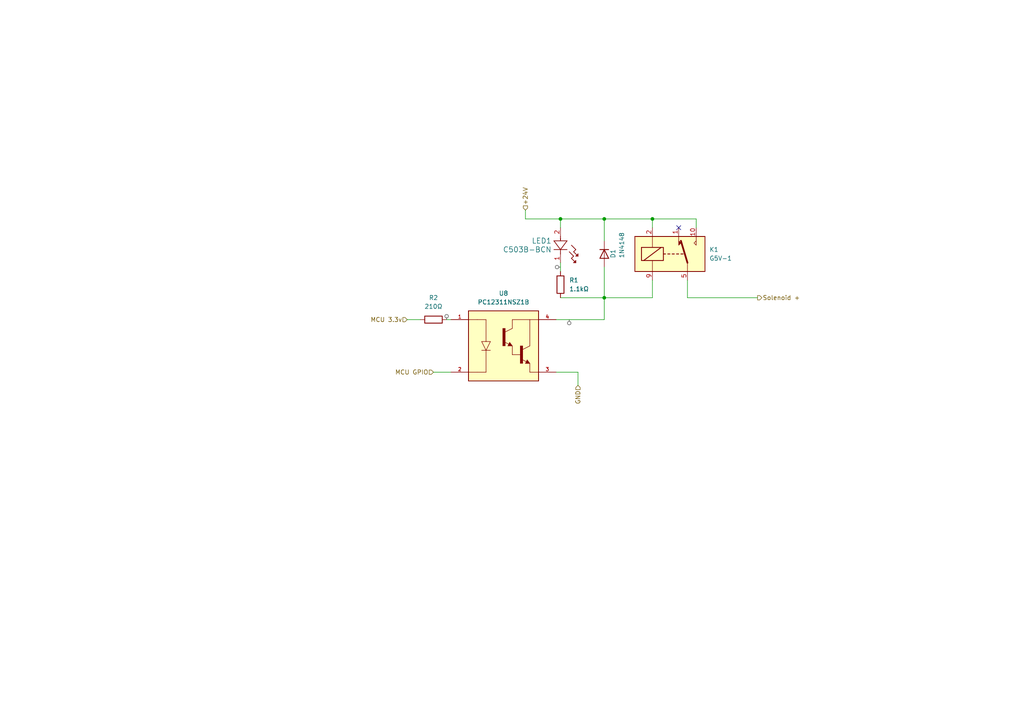
<source format=kicad_sch>
(kicad_sch (version 20230121) (generator eeschema)
  (paper "A4")
  (title_block (company "Warner Consulting Inc."))
  (lib_symbols
    (symbol "CreeLED Blue:C503B-BCN-CV0Z0461" (pin_names (offset 0.254))
      (property "Reference" "LED" (at 5.08 -4.445 0))
      (property "Value" "C503B-BCN" (at 5.08 -7.62 0))
      (symbol "C503B-BCN-CV0Z0461_1_1"
        (polyline (pts (xy 2.54 0) (xy 3.4798 0)) (stroke (width 0.2032)))
        (polyline (pts (xy 3.175 0) (xy 3.81 0)) (stroke (width 0.2032)))
        (polyline (pts (xy 3.81 -1.905) (xy 6.35 0)) (stroke (width 0.2032)))
        (polyline (pts (xy 3.81 1.905) (xy 3.81 -1.905)) (stroke (width 0.2032)))
        (polyline (pts (xy 5.08 3.175) (xy 6.35 4.445)) (stroke (width 0.2032)))
        (polyline (pts (xy 6.35 -1.905) (xy 6.35 1.905)) (stroke (width 0.2032)))
        (polyline (pts (xy 6.35 0) (xy 3.81 1.905)) (stroke (width 0.2032)))
        (polyline (pts (xy 6.35 0) (xy 7.62 0)) (stroke (width 0.2032)))
        (polyline (pts (xy 6.35 4.445) (xy 6.985 3.81)) (stroke (width 0.2032)))
        (polyline (pts (xy 6.985 2.54) (xy 8.255 3.81)) (stroke (width 0.2032)))
        (polyline (pts (xy 6.985 3.81) (xy 8.255 5.08)) (stroke (width 0.2032)))
        (polyline (pts (xy 7.62 5.08) (xy 8.255 4.445)) (stroke (width 0.2032)))
        (polyline (pts (xy 8.255 3.81) (xy 8.89 3.175)) (stroke (width 0.2032)))
        (polyline (pts (xy 8.255 4.445) (xy 8.255 5.08)) (stroke (width 0.2032)))
        (polyline (pts (xy 8.255 5.08) (xy 7.62 5.08)) (stroke (width 0.2032)))
        (polyline (pts (xy 8.89 3.175) (xy 10.16 4.445)) (stroke (width 0.2032)))
        (polyline (pts (xy 9.525 4.445) (xy 10.16 3.81)) (stroke (width 0.2032)))
        (polyline (pts (xy 10.16 3.81) (xy 10.16 4.445)) (stroke (width 0.2032)))
        (polyline (pts (xy 10.16 4.445) (xy 9.525 4.445)) (stroke (width 0.2032)))
        (pin unspecified line (at 10.16 0 180) (length 2.54) (name "") (number "1"))
        (pin unspecified line (at 0 0 0) (length 2.54) (name "") (number "2"))
      )
      (symbol "C503B-BCN-CV0Z0461_1_2"
        (polyline (pts (xy -5.08 7.62) (xy -4.445 8.255)) (stroke (width 0.2032)))
        (polyline (pts (xy -5.08 8.255) (xy -5.08 7.62)) (stroke (width 0.2032)))
        (polyline (pts (xy -4.445 6.35) (xy -3.81 6.985)) (stroke (width 0.2032)))
        (polyline (pts (xy -4.445 8.255) (xy -5.08 8.255)) (stroke (width 0.2032)))
        (polyline (pts (xy -4.445 9.525) (xy -3.81 10.16)) (stroke (width 0.2032)))
        (polyline (pts (xy -4.445 10.16) (xy -4.445 9.525)) (stroke (width 0.2032)))
        (polyline (pts (xy -3.81 6.985) (xy -5.08 8.255)) (stroke (width 0.2032)))
        (polyline (pts (xy -3.81 8.255) (xy -3.175 8.89)) (stroke (width 0.2032)))
        (polyline (pts (xy -3.81 10.16) (xy -4.445 10.16)) (stroke (width 0.2032)))
        (polyline (pts (xy -3.175 5.08) (xy -4.445 6.35)) (stroke (width 0.2032)))
        (polyline (pts (xy -3.175 8.89) (xy -4.445 10.16)) (stroke (width 0.2032)))
        (polyline (pts (xy -2.54 6.985) (xy -3.81 8.255)) (stroke (width 0.2032)))
        (polyline (pts (xy -1.905 3.81) (xy 1.905 3.81)) (stroke (width 0.2032)))
        (polyline (pts (xy 0 2.54) (xy 0 3.4798)) (stroke (width 0.2032)))
        (polyline (pts (xy 0 3.175) (xy 0 3.81)) (stroke (width 0.2032)))
        (polyline (pts (xy 0 6.35) (xy -1.905 3.81)) (stroke (width 0.2032)))
        (polyline (pts (xy 0 6.35) (xy 0 7.62)) (stroke (width 0.2032)))
        (polyline (pts (xy 1.905 3.81) (xy 0 6.35)) (stroke (width 0.2032)))
        (polyline (pts (xy 1.905 6.35) (xy -1.905 6.35)) (stroke (width 0.2032)))
        (pin unspecified line (at 0 10.16 270) (length 2.54) (name "") (number "1"))
        (pin unspecified line (at 0 0 90) (length 2.54) (name "") (number "2"))
      )
    )
    (symbol "Device:R" (pin_numbers hide) (pin_names (offset 0))
      (property "Reference" "R" (at 2.032 0 90))
      (property "Value" "R" (at 0 0 90))
      (symbol "R_0_1"
        (rectangle (start -1.016 -2.54) (end 1.016 2.54) (stroke (width 0.254)))
      )
      (symbol "R_1_1"
        (pin passive line (at 0 3.81 270) (length 1.27) (name "~") (number "1"))
        (pin passive line (at 0 -3.81 90) (length 1.27) (name "~") (number "2"))
      )
    )
    (symbol "Diode:1N4148" (pin_numbers hide) (pin_names hide)
      (property "Reference" "D" (at 0 2.54 0))
      (property "Value" "1N4148" (at 0 -2.54 0))
      (symbol "1N4148_0_1"
        (polyline (pts (xy -1.27 1.27) (xy -1.27 -1.27)) (stroke (width 0.254)))
        (polyline (pts (xy 1.27 0) (xy -1.27 0)))
        (polyline (pts (xy 1.27 1.27) (xy 1.27 -1.27) (xy -1.27 0) (xy 1.27 1.27)) (stroke (width 0.254)))
      )
      (symbol "1N4148_1_1"
        (pin passive line (at -3.81 0 0) (length 2.54) (name "K") (number "1"))
        (pin passive line (at 3.81 0 180) (length 2.54) (name "A") (number "2"))
      )
    )
    (symbol "PC12311NSZ1B:PC12311NSZ1B"
      (property "Reference" "U" (at -11.43 12.7 0))
      (property "Value" "PC12311NSZ1B" (at -11.43 -10.16 0))
      (symbol "PC12311NSZ1B_0_0"
        (rectangle (start -11.43 11.43) (end 8.89 -8.89) (stroke (width 0.254)) (fill (type background)))
        (rectangle (start -1.524 1.27) (end -0.762 6.35) (stroke (width 0.1)) (fill (type outline)))
        (polyline (pts (xy -8.89 -6.35) (xy -11.43 -6.35)) (stroke (width 0.1524)))
        (polyline (pts (xy -8.89 8.89) (xy -11.43 8.89)) (stroke (width 0.1524)))
        (polyline (pts (xy -7.62 2.54) (xy -6.35 0)) (stroke (width 0.1524)))
        (polyline (pts (xy -6.35 -6.35) (xy -8.89 -6.35)) (stroke (width 0.1524)))
        (polyline (pts (xy -6.35 0) (xy -7.62 0)) (stroke (width 0.1524)))
        (polyline (pts (xy -6.35 0) (xy -6.35 -6.35)) (stroke (width 0.1524)))
        (polyline (pts (xy -6.35 0) (xy -5.08 2.54)) (stroke (width 0.1524)))
        (polyline (pts (xy -6.35 2.54) (xy -7.62 2.54)) (stroke (width 0.1524)))
        (polyline (pts (xy -6.35 2.54) (xy -6.35 8.89)) (stroke (width 0.1524)))
        (polyline (pts (xy -6.35 8.89) (xy -8.89 8.89)) (stroke (width 0.1524)))
        (polyline (pts (xy -5.08 0) (xy -6.35 0)) (stroke (width 0.1524)))
        (polyline (pts (xy -5.08 2.54) (xy -6.35 2.54)) (stroke (width 0.1524)))
        (polyline (pts (xy 0 1.27) (xy 0.508 2.286)) (stroke (width 0.1524)))
        (polyline (pts (xy 0.254 1.397) (xy 1.016 1.397)) (stroke (width 0.254)))
        (polyline (pts (xy 0.254 1.524) (xy 0.635 1.524)) (stroke (width 0.254)))
        (polyline (pts (xy 0.27 1.77) (xy -0.962 2.386)) (stroke (width 0.1524)))
        (polyline (pts (xy 0.508 2.032) (xy 0.254 1.524)) (stroke (width 0.254)))
        (polyline (pts (xy 0.508 2.286) (xy 1.27 1.27)) (stroke (width 0.1524)))
        (polyline (pts (xy 0.635 1.524) (xy 0.508 1.778)) (stroke (width 0.254)))
        (polyline (pts (xy 1.016 1.397) (xy 0.508 2.032)) (stroke (width 0.254)))
        (polyline (pts (xy 1.27 -1.27) (xy 3.81 -1.27)) (stroke (width 0.1524)))
        (polyline (pts (xy 1.27 1.27) (xy 0 1.27)) (stroke (width 0.1524)))
        (polyline (pts (xy 1.27 1.27) (xy 1.27 -1.27)) (stroke (width 0.1524)))
        (polyline (pts (xy 1.27 6.35) (xy -0.762 5.334)) (stroke (width 0.1524)))
        (polyline (pts (xy 1.27 6.35) (xy 1.27 8.89)) (stroke (width 0.1524)))
        (polyline (pts (xy 1.27 8.89) (xy 6.35 8.89)) (stroke (width 0.1524)))
        (polyline (pts (xy 5.08 -3.81) (xy 5.588 -2.794)) (stroke (width 0.1524)))
        (polyline (pts (xy 5.334 -3.683) (xy 6.096 -3.683)) (stroke (width 0.254)))
        (polyline (pts (xy 5.334 -3.556) (xy 5.715 -3.556)) (stroke (width 0.254)))
        (polyline (pts (xy 5.35 -3.31) (xy 4.118 -2.694)) (stroke (width 0.1524)))
        (polyline (pts (xy 5.588 -3.048) (xy 5.334 -3.556)) (stroke (width 0.254)))
        (polyline (pts (xy 5.588 -2.794) (xy 6.35 -3.81)) (stroke (width 0.1524)))
        (polyline (pts (xy 5.715 -3.556) (xy 5.588 -3.302)) (stroke (width 0.254)))
        (polyline (pts (xy 6.096 -3.683) (xy 5.588 -3.048)) (stroke (width 0.254)))
        (polyline (pts (xy 6.35 -6.35) (xy 8.89 -6.35)) (stroke (width 0.1524)))
        (polyline (pts (xy 6.35 -3.81) (xy 5.08 -3.81)) (stroke (width 0.1524)))
        (polyline (pts (xy 6.35 -3.81) (xy 6.35 -6.35)) (stroke (width 0.1524)))
        (polyline (pts (xy 6.35 1.27) (xy 4.318 0.254)) (stroke (width 0.1524)))
        (polyline (pts (xy 6.35 1.27) (xy 6.35 8.89)) (stroke (width 0.1524)))
        (polyline (pts (xy 6.35 8.89) (xy 8.89 8.89)) (stroke (width 0.1524)))
        (rectangle (start 3.556 -3.81) (end 4.318 1.27) (stroke (width 0.1)) (fill (type outline)))
        (pin passive line (at -16.51 8.89 0) (length 5.08) (name "~") (number "1"))
        (pin passive line (at -16.51 -6.35 0) (length 5.08) (name "~") (number "2"))
        (pin passive line (at 13.97 -6.35 180) (length 5.08) (name "~") (number "3"))
        (pin passive line (at 13.97 8.89 180) (length 5.08) (name "~") (number "4"))
      )
    )
    (symbol "Relay:G5V-1"
      (property "Reference" "K" (at 11.43 3.81 0))
      (property "Value" "G5V-1" (at 11.43 1.27 0))
      (symbol "G5V-1_0_0"
        (polyline (pts (xy 7.62 5.08) (xy 7.62 2.54) (xy 6.985 3.175) (xy 7.62 3.81)))
      )
      (symbol "G5V-1_0_1"
        (rectangle (start -10.16 5.08) (end 10.16 -5.08) (stroke (width 0.254)) (fill (type background)))
        (rectangle (start -8.255 1.905) (end -1.905 -1.905) (stroke (width 0.254)))
        (polyline (pts (xy -7.62 -1.905) (xy -2.54 1.905)) (stroke (width 0.254)))
        (polyline (pts (xy -5.08 -5.08) (xy -5.08 -1.905)))
        (polyline (pts (xy -5.08 5.08) (xy -5.08 1.905)))
        (polyline (pts (xy -1.905 0) (xy -1.27 0)) (stroke (width 0.254)))
        (polyline (pts (xy -0.635 0) (xy 0 0)) (stroke (width 0.254)))
        (polyline (pts (xy 0.635 0) (xy 1.27 0)) (stroke (width 0.254)))
        (polyline (pts (xy 1.905 0) (xy 2.54 0)) (stroke (width 0.254)))
        (polyline (pts (xy 3.175 0) (xy 3.81 0)) (stroke (width 0.254)))
        (polyline (pts (xy 5.08 -2.54) (xy 3.175 3.81)) (stroke (width 0.508)))
        (polyline (pts (xy 5.08 -2.54) (xy 5.08 -5.08)))
        (polyline (pts (xy 2.54 5.08) (xy 2.54 2.54) (xy 3.175 3.175) (xy 2.54 3.81)) (fill (type outline)))
      )
      (symbol "G5V-1_1_1"
        (pin passive line (at 2.54 7.62 270) (length 2.54) (name "~") (number "1"))
        (pin passive line (at 7.62 7.62 270) (length 2.54) (name "~") (number "10"))
        (pin passive line (at -5.08 7.62 270) (length 2.54) (name "~") (number "2"))
        (pin passive line (at 5.08 -7.62 90) (length 2.54) (name "~") (number "5"))
        (pin passive line (at 5.08 -7.62 90) (length 2.54) hide (name "~") (number "6"))
        (pin passive line (at -5.08 -7.62 90) (length 2.54) (name "~") (number "9"))
      )
    )
  )
  (junction (at 162.56 63.5))
  (junction (at 189.23 63.5))
  (junction (at 175.26 86.36))
  (junction (at 175.26 63.5))
  (no_connect (at 196.85 66.04))
  (wire (pts (xy 175.26 63.5) (xy 175.26 69.85)))
  (wire (pts (xy 152.4 63.5) (xy 162.56 63.5)))
  (wire (pts (xy 175.26 86.36) (xy 175.26 92.71)))
  (wire (pts (xy 121.92 92.71) (xy 118.11 92.71)))
  (wire (pts (xy 130.81 92.71) (xy 129.54 92.71)))
  (wire (pts (xy 162.56 78.74) (xy 162.56 76.2)))
  (wire (pts (xy 167.64 107.95) (xy 161.29 107.95)))
  (wire (pts (xy 189.23 63.5) (xy 175.26 63.5)))
  (wire (pts (xy 125.73 107.95) (xy 130.81 107.95)))
  (wire (pts (xy 175.26 86.36) (xy 189.23 86.36)))
  (wire (pts (xy 167.64 111.76) (xy 167.64 107.95)))
  (wire (pts (xy 199.39 86.36) (xy 219.71 86.36)))
  (wire (pts (xy 162.56 86.36) (xy 175.26 86.36)))
  (wire (pts (xy 199.39 81.28) (xy 199.39 86.36)))
  (wire (pts (xy 201.93 66.04) (xy 201.93 63.5)))
  (wire (pts (xy 162.56 63.5) (xy 175.26 63.5)))
  (wire (pts (xy 189.23 81.28) (xy 189.23 86.36)))
  (wire (pts (xy 152.4 60.96) (xy 152.4 63.5)))
  (wire (pts (xy 175.26 77.47) (xy 175.26 86.36)))
  (wire (pts (xy 189.23 63.5) (xy 189.23 66.04)))
  (wire (pts (xy 201.93 63.5) (xy 189.23 63.5)))
  (wire (pts (xy 161.29 92.71) (xy 175.26 92.71)))
  (wire (pts (xy 162.56 66.04) (xy 162.56 63.5)))
  (hierarchical_label "GND" (shape input) (at 167.64 111.76 270))
  (hierarchical_label "MCU 3.3v" (shape input) (at 118.11 92.71 180))
  (hierarchical_label "+24V" (shape input) (at 152.4 60.96 90))
  (hierarchical_label "MCU GPIO" (shape input) (at 125.73 107.95 180))
  (hierarchical_label "Solenoid +" (shape output) (at 219.71 86.36 0))
  (netclass_flag "" (length 1) (shape round) (at 129.54 92.71 0) (property "Netclass" "signal" (effects hide)))
  (netclass_flag "" (length 1) (shape round) (at 165.1 92.71 180) (property "Netclass" "power" (effects hide)))
  (netclass_flag "" (length 1) (shape round) (at 162.56 77.47 90) (property "Netclass" "power" (effects hide)))
  (symbol (lib_id "Relay:G5V-1") (at 194.31 73.66 0) (unit 1)
    (property "Reference" "K1" (at 205.74 72.39 0) (effects (justify left)))
    (property "Value" "G5V-1" (at 205.74 74.93 0) (effects (justify left)))
    (property "Footprint" "Relay_THT:Relay_SPDT_Omron_G5V-1" (effects hide))
    (property "Datasheet" "http://omronfs.omron.com/en_US/ecb/products/pdf/en-g5v_1.pdf" (effects hide))
    (instances (project "Addressable_Coolant_Controller" (path "" (reference "K1") (unit 1)) (path "" (reference "K2") (unit 1)) (path "" (reference "K3") (unit 1)) (path "" (reference "K4") (unit 1)) (path "" (reference "K5") (unit 1)) (path "" (reference "K6") (unit 1)) (path "" (reference "K7") (unit 1)) (path "" (reference "K8") (unit 1))))
  )
  (symbol (lib_id "Device:R") (at 162.56 82.55 0) (unit 1)
    (property "Reference" "R1" (at 165.1 81.28 0) (effects (justify left)))
    (property "Value" "1.1kΩ" (at 165.1 83.82 0) (effects (justify left)))
    (property "Footprint" "Resistor:R_Axial_DIN0204_L3.6mm_D1.6mm_P5.08mm_Horizontal-JW" (effects hide))
    (instances (project "Addressable_Coolant_Controller" (path "" (reference "R1") (unit 1)) (path "" (reference "R3") (unit 1)) (path "" (reference "R5") (unit 1)) (path "" (reference "R7") (unit 1)) (path "" (reference "R11") (unit 1)) (path "" (reference "R13") (unit 1)) (path "" (reference "R15") (unit 1)) (path "" (reference "R17") (unit 1))))
  )
  (symbol (lib_id "PC12311NSZ1B:PC12311NSZ1B") (at 147.32 101.6 0) (unit 1)
    (property "Reference" "U8" (at 146.05 85.09 0))
    (property "Value" "PC12311NSZ1B" (at 146.05 87.63 0))
    (property "Footprint" "PC12311NSZ1B:PC12311NSZ1B" (effects hide))
    (property "Datasheet" "https://datasheet.datasheetarchive.com/originals/distributors/Datasheets_SAMA/562baaf804994183fb5e18c5f5c92935.pdf" (effects hide))
    (property "Height" "4.45" (effects hide))
    (property "Mouser Part Number" "852-PC12311NSZ1B" (effects hide))
    (property "Mouser Price/Stock" "https://www.mouser.co.uk/ProductDetail/Sharp-Microelectronics/PC12311NSZ1B?qs=0lSvoLzn4L8JFTcuQxvmTA%3D%3D" (effects hide))
    (property "Manufacturer_Name" "Sharp Microelectronics" (effects hide))
    (property "Manufacturer_Part_Number" "PC12311NSZ1B" (effects hide))
    (instances (project "Addressable_Coolant_Controller" (path "" (reference "U8") (unit 1)) (path "" (reference "U6") (unit 1)) (path "" (reference "U4") (unit 1)) (path "" (reference "U3") (unit 1)) (path "" (reference "U2") (unit 1)) (path "" (reference "U1") (unit 1)) (path "" (reference "U5") (unit 1)) (path "" (reference "U7") (unit 1))))
  )
  (symbol (lib_id "Device:R") (at 125.73 92.71 90) (unit 1)
    (property "Reference" "R2" (at 125.73 86.36 90))
    (property "Value" "210Ω" (at 125.73 88.9 90))
    (property "Footprint" "Resistor:R_Axial_DIN0204_L3.6mm_D1.6mm_P5.08mm_Horizontal-JW" (effects hide))
    (instances (project "Addressable_Coolant_Controller" (path "" (reference "R2") (unit 1)) (path "" (reference "R4") (unit 1)) (path "" (reference "R6") (unit 1)) (path "" (reference "R8") (unit 1)) (path "" (reference "R12") (unit 1)) (path "" (reference "R14") (unit 1)) (path "" (reference "R16") (unit 1)) (path "" (reference "R18") (unit 1))))
  )
  (symbol (lib_id "CreeLED Blue:C503B-BCN-CV0Z0461") (at 162.56 66.04 270) (unit 1)
    (property "Reference" "LED1" (at 160.02 69.85 90) (effects (font (size 1.524 1.524)) (justify right)))
    (property "Value" "C503B-BCN" (at 160.02 72.39 90) (effects (font (size 1.524 1.524)) (justify right)))
    (property "Footprint" "CreeLED Blue:C503B_BCN_CV0Z0461" (effects hide))
    (property "Datasheet" "C503B-BCN-CV0Z0461" (effects hide))
    (instances (project "Addressable_Coolant_Controller" (path "" (reference "LED1") (unit 1)) (path "" (reference "LED2") (unit 1)) (path "" (reference "LED3") (unit 1)) (path "" (reference "LED4") (unit 1)) (path "" (reference "LED6") (unit 1)) (path "" (reference "LED7") (unit 1)) (path "" (reference "LED8") (unit 1)) (path "" (reference "LED9") (unit 1))))
  )
  (symbol (lib_id "Diode:1N4148") (at 175.26 73.66 270) (unit 1)
    (property "Reference" "D1" (at 177.8 74.93 0) (effects (justify right)))
    (property "Value" "1N4148" (at 180.34 74.93 0) (effects (justify right)))
    (property "Footprint" "Diode_THT:D_DO-35_SOD27_P7.62mm_Horizontal-JW" (effects hide))
    (property "Datasheet" "https://assets.nexperia.com/documents/data-sheet/1N4148_1N4448.pdf" (effects hide))
    (property "Sim.Device" "D" (effects hide))
    (property "Sim.Pins" "1=K 2=A" (effects hide))
    (instances (project "Addressable_Coolant_Controller" (path "" (reference "D1") (unit 1)) (path "" (reference "D2") (unit 1)) (path "" (reference "D3") (unit 1)) (path "" (reference "D4") (unit 1)) (path "" (reference "D5") (unit 1)) (path "" (reference "D6") (unit 1)) (path "" (reference "D7") (unit 1)) (path "" (reference "D8") (unit 1))))
  )
)
</source>
